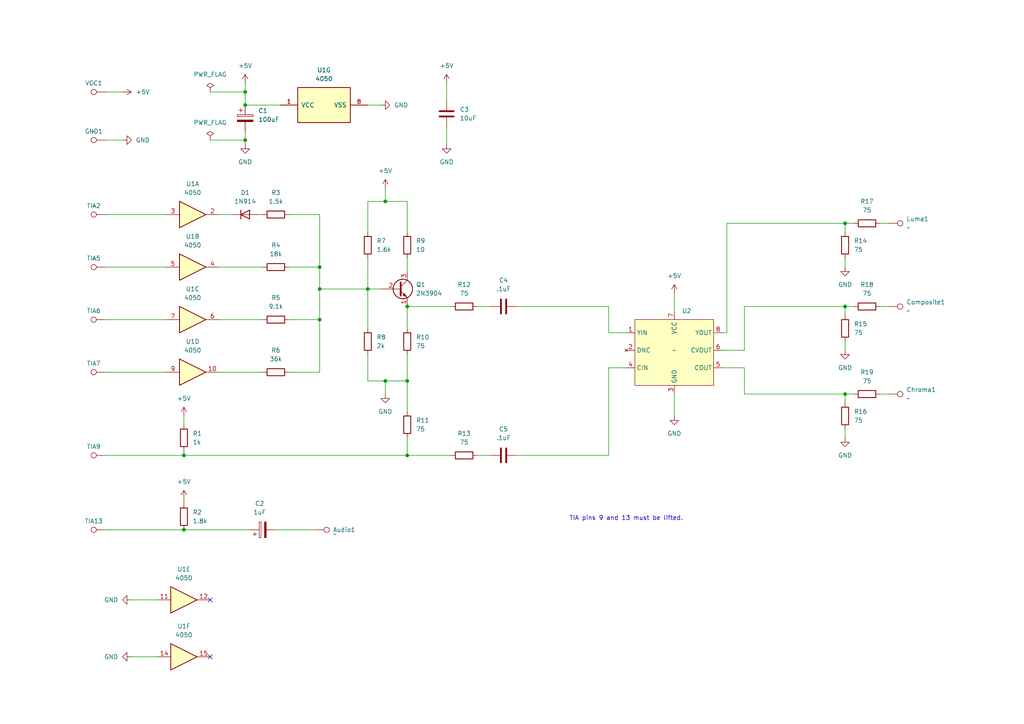
<source format=kicad_sch>
(kicad_sch (version 20230121) (generator eeschema)
  (paper "A4")
  (title_block (title "Atari 2600 PAL AV mod (based on Longhorn mod)") (date "2023-11-11") (rev "A"))
  (lib_symbols
    (symbol "4xxx:4050" (pin_names (offset 1.016))
      (property "Reference" "U" (at 0 1.27 0))
      (property "Value" "4050" (at 0 -1.27 0))
      (symbol "4050_1_0"
        (polyline (pts (xy -3.81 3.81) (xy -3.81 -3.81) (xy 3.81 0) (xy -3.81 3.81)) (stroke (width 0.254)) (fill (type background)))
        (pin output line (at 7.62 0 180) (length 3.81) (name "~") (number "2"))
        (pin input line (at -7.62 0 0) (length 3.81) (name "~") (number "3"))
      )
      (symbol "4050_2_0"
        (polyline (pts (xy -3.81 3.81) (xy -3.81 -3.81) (xy 3.81 0) (xy -3.81 3.81)) (stroke (width 0.254)) (fill (type background)))
        (pin output line (at 7.62 0 180) (length 3.81) (name "~") (number "4"))
        (pin input line (at -7.62 0 0) (length 3.81) (name "~") (number "5"))
      )
      (symbol "4050_3_0"
        (polyline (pts (xy -3.81 3.81) (xy -3.81 -3.81) (xy 3.81 0) (xy -3.81 3.81)) (stroke (width 0.254)) (fill (type background)))
        (pin output line (at 7.62 0 180) (length 3.81) (name "~") (number "6"))
        (pin input line (at -7.62 0 0) (length 3.81) (name "~") (number "7"))
      )
      (symbol "4050_4_0"
        (polyline (pts (xy -3.81 3.81) (xy -3.81 -3.81) (xy 3.81 0) (xy -3.81 3.81)) (stroke (width 0.254)) (fill (type background)))
        (pin output line (at 7.62 0 180) (length 3.81) (name "~") (number "10"))
        (pin input line (at -7.62 0 0) (length 3.81) (name "~") (number "9"))
      )
      (symbol "4050_5_0"
        (polyline (pts (xy -3.81 3.81) (xy -3.81 -3.81) (xy 3.81 0) (xy -3.81 3.81)) (stroke (width 0.254)) (fill (type background)))
        (pin input line (at -7.62 0 0) (length 3.81) (name "~") (number "11"))
        (pin output line (at 7.62 0 180) (length 3.81) (name "~") (number "12"))
      )
      (symbol "4050_6_0"
        (polyline (pts (xy -3.81 3.81) (xy -3.81 -3.81) (xy 3.81 0) (xy -3.81 3.81)) (stroke (width 0.254)) (fill (type background)))
        (pin input line (at -7.62 0 0) (length 3.81) (name "~") (number "14"))
        (pin output line (at 7.62 0 180) (length 3.81) (name "~") (number "15"))
      )
      (symbol "4050_7_0"
        (pin power_in line (at 0 12.7 270) (length 5.08) (name "VCC") (number "1"))
        (pin power_in line (at 0 -12.7 90) (length 5.08) (name "VSS") (number "8"))
      )
      (symbol "4050_7_1"
        (rectangle (start -5.08 7.62) (end 5.08 -7.62) (stroke (width 0.254)) (fill (type background)))
      )
    )
    (symbol "Connector:TestPoint" (pin_numbers hide) (pin_names (offset 0.762) hide)
      (property "Reference" "TP" (at 0 6.858 0))
      (property "Value" "TestPoint" (at 0 5.08 0))
      (symbol "TestPoint_0_1"
        (circle (center 0 3.302) (radius 0.762))
      )
      (symbol "TestPoint_1_1"
        (pin passive line (at 0 0 90) (length 2.54) (name "1") (number "1"))
      )
    )
    (symbol "Device:C" (pin_numbers hide) (pin_names (offset 0.254))
      (property "Reference" "C" (at 0.635 2.54 0))
      (property "Value" "C" (at 0.635 -2.54 0))
      (symbol "C_0_1"
        (polyline (pts (xy -2.032 -0.762) (xy 2.032 -0.762)) (stroke (width 0.508)))
        (polyline (pts (xy -2.032 0.762) (xy 2.032 0.762)) (stroke (width 0.508)))
      )
      (symbol "C_1_1"
        (pin passive line (at 0 3.81 270) (length 2.794) (name "~") (number "1"))
        (pin passive line (at 0 -3.81 90) (length 2.794) (name "~") (number "2"))
      )
    )
    (symbol "Device:C_Polarized" (pin_numbers hide) (pin_names (offset 0.254))
      (property "Reference" "C" (at 0.635 2.54 0))
      (property "Value" "C_Polarized" (at 0.635 -2.54 0))
      (symbol "C_Polarized_0_1"
        (rectangle (start -2.286 0.508) (end 2.286 1.016))
        (polyline (pts (xy -1.778 2.286) (xy -0.762 2.286)))
        (polyline (pts (xy -1.27 2.794) (xy -1.27 1.778)))
        (rectangle (start 2.286 -0.508) (end -2.286 -1.016) (fill (type outline)))
      )
      (symbol "C_Polarized_1_1"
        (pin passive line (at 0 3.81 270) (length 2.794) (name "~") (number "1"))
        (pin passive line (at 0 -3.81 90) (length 2.794) (name "~") (number "2"))
      )
    )
    (symbol "Device:R" (pin_numbers hide) (pin_names (offset 0))
      (property "Reference" "R" (at 2.032 0 90))
      (property "Value" "R" (at 0 0 90))
      (symbol "R_0_1"
        (rectangle (start -1.016 -2.54) (end 1.016 2.54) (stroke (width 0.254)))
      )
      (symbol "R_1_1"
        (pin passive line (at 0 3.81 270) (length 1.27) (name "~") (number "1"))
        (pin passive line (at 0 -3.81 90) (length 1.27) (name "~") (number "2"))
      )
    )
    (symbol "Diode:1N914" (pin_numbers hide) (pin_names hide)
      (property "Reference" "D" (at 0 2.54 0))
      (property "Value" "1N914" (at 0 -2.54 0))
      (symbol "1N914_0_1"
        (polyline (pts (xy -1.27 1.27) (xy -1.27 -1.27)) (stroke (width 0.254)))
        (polyline (pts (xy 1.27 0) (xy -1.27 0)))
        (polyline (pts (xy 1.27 1.27) (xy 1.27 -1.27) (xy -1.27 0) (xy 1.27 1.27)) (stroke (width 0.254)))
      )
      (symbol "1N914_1_1"
        (pin passive line (at -3.81 0 0) (length 2.54) (name "K") (number "1"))
        (pin passive line (at 3.81 0 180) (length 2.54) (name "A") (number "2"))
      )
    )
    (symbol "Transistor_BJT:2N3904" (pin_names (offset 0) hide)
      (property "Reference" "Q" (at 5.08 1.905 0))
      (property "Value" "2N3904" (at 5.08 0 0))
      (symbol "2N3904_0_1"
        (polyline (pts (xy 0.635 0.635) (xy 2.54 2.54)))
        (polyline (pts (xy 0.635 -0.635) (xy 2.54 -2.54) (xy 2.54 -2.54)))
        (polyline (pts (xy 0.635 1.905) (xy 0.635 -1.905) (xy 0.635 -1.905)) (stroke (width 0.508)))
        (polyline (pts (xy 1.27 -1.778) (xy 1.778 -1.27) (xy 2.286 -2.286) (xy 1.27 -1.778) (xy 1.27 -1.778)) (fill (type outline)))
        (circle (center 1.27 0) (radius 2.8194) (stroke (width 0.254)))
      )
      (symbol "2N3904_1_1"
        (pin passive line (at 2.54 -5.08 90) (length 2.54) (name "E") (number "1"))
        (pin passive line (at -5.08 0 0) (length 5.715) (name "B") (number "2"))
        (pin passive line (at 2.54 5.08 270) (length 2.54) (name "C") (number "3"))
      )
    )
    (symbol "Video_filter:FMS6410"
      (property "Reference" "U" (at -8.89 10.16 0))
      (symbol "FMS6410_1_1"
        (rectangle (start -11.43 8.89) (end 11.43 -10.16) (fill (type background)))
        (pin input line (at -13.97 5.08 0) (length 2.54) (name "YIN") (number "1"))
        (pin no_connect line (at -13.97 0 0) (length 2.54) (name "DNC") (number "2"))
        (pin power_in line (at 0 -12.7 90) (length 2.54) (name "GND") (number "3"))
        (pin input line (at -13.97 -5.08 0) (length 2.54) (name "CIN") (number "4"))
        (pin output line (at 13.97 -5.08 180) (length 2.54) (name "COUT") (number "5"))
        (pin output line (at 13.97 0 180) (length 2.54) (name "CVOUT") (number "6"))
        (pin power_in line (at 0 11.43 270) (length 2.54) (name "VCC") (number "7"))
        (pin output line (at 13.97 5.08 180) (length 2.54) (name "YOUT") (number "8"))
      )
    )
    (symbol "power:+5V" (power) (pin_names (offset 0))
      (property "Value" "+5V" (at 0 3.556 0))
      (symbol "+5V_0_1"
        (polyline (pts (xy -0.762 1.27) (xy 0 2.54)))
        (polyline (pts (xy 0 0) (xy 0 2.54)))
        (polyline (pts (xy 0 2.54) (xy 0.762 1.27)))
      )
      (symbol "+5V_1_1"
        (pin power_in line (at 0 0 90) (length 0) hide (name "+5V") (number "1"))
      )
    )
    (symbol "power:GND" (power) (pin_names (offset 0))
      (property "Value" "GND" (at 0 -3.81 0))
      (symbol "GND_0_1"
        (polyline (pts (xy 0 0) (xy 0 -1.27) (xy 1.27 -1.27) (xy 0 -2.54) (xy -1.27 -1.27) (xy 0 -1.27)))
      )
      (symbol "GND_1_1"
        (pin power_in line (at 0 0 270) (length 0) hide (name "GND") (number "1"))
      )
    )
    (symbol "power:PWR_FLAG" (power) (pin_numbers hide) (pin_names (offset 0) hide)
      (property "Value" "PWR_FLAG" (at 0 3.81 0))
      (symbol "PWR_FLAG_0_0"
        (pin power_out line (at 0 0 90) (length 0) (name "pwr") (number "1"))
      )
      (symbol "PWR_FLAG_0_1"
        (polyline (pts (xy 0 0) (xy 0 1.27) (xy -1.016 1.905) (xy 0 2.54) (xy 1.016 1.905) (xy 0 1.27)))
      )
    )
  )
  (junction (at 111.76 58.42))
  (junction (at 106.68 83.82))
  (junction (at 245.11 64.77))
  (junction (at 111.76 110.49))
  (junction (at 53.34 132.08))
  (junction (at 245.11 88.9))
  (junction (at 71.12 30.48))
  (junction (at 118.11 110.49))
  (junction (at 53.34 153.67))
  (junction (at 118.11 88.9))
  (junction (at 118.11 132.08))
  (junction (at 71.12 26.67))
  (junction (at 92.71 77.47))
  (junction (at 92.71 83.82))
  (junction (at 245.11 114.3))
  (junction (at 71.12 40.64))
  (junction (at 92.71 92.71))
  (no_connect (at 60.96 173.99))
  (no_connect (at 60.96 190.5))
  (wire (pts (xy 245.11 88.9) (xy 247.65 88.9)))
  (wire (pts (xy 129.54 24.13) (xy 129.54 29.21)))
  (wire (pts (xy 111.76 54.61) (xy 111.76 58.42)))
  (wire (pts (xy 53.34 132.08) (xy 118.11 132.08)))
  (wire (pts (xy 118.11 102.87) (xy 118.11 110.49)))
  (wire (pts (xy 80.01 153.67) (xy 91.44 153.67)))
  (wire (pts (xy 118.11 127) (xy 118.11 132.08)))
  (wire (pts (xy 38.1 173.99) (xy 45.72 173.99)))
  (wire (pts (xy 245.11 124.46) (xy 245.11 127)))
  (wire (pts (xy 71.12 40.64) (xy 71.12 41.91)))
  (wire (pts (xy 210.82 96.52) (xy 209.55 96.52)))
  (wire (pts (xy 245.11 114.3) (xy 247.65 114.3)))
  (wire (pts (xy 53.34 130.81) (xy 53.34 132.08)))
  (wire (pts (xy 60.96 26.67) (xy 71.12 26.67)))
  (wire (pts (xy 111.76 110.49) (xy 118.11 110.49)))
  (wire (pts (xy 92.71 77.47) (xy 92.71 83.82)))
  (wire (pts (xy 30.48 153.67) (xy 53.34 153.67)))
  (wire (pts (xy 30.48 40.64) (xy 35.56 40.64)))
  (wire (pts (xy 210.82 96.52) (xy 210.82 64.77)))
  (wire (pts (xy 195.58 114.3) (xy 195.58 120.65)))
  (wire (pts (xy 53.34 144.78) (xy 53.34 146.05)))
  (wire (pts (xy 118.11 74.93) (xy 118.11 78.74)))
  (wire (pts (xy 63.5 107.95) (xy 76.2 107.95)))
  (wire (pts (xy 209.55 106.68) (xy 215.9 106.68)))
  (wire (pts (xy 245.11 64.77) (xy 247.65 64.77)))
  (wire (pts (xy 38.1 190.5) (xy 45.72 190.5)))
  (wire (pts (xy 255.27 114.3) (xy 257.81 114.3)))
  (wire (pts (xy 30.48 92.71) (xy 48.26 92.71)))
  (wire (pts (xy 92.71 92.71) (xy 92.71 107.95)))
  (wire (pts (xy 106.68 110.49) (xy 111.76 110.49)))
  (wire (pts (xy 255.27 88.9) (xy 257.81 88.9)))
  (wire (pts (xy 245.11 88.9) (xy 245.11 91.44)))
  (wire (pts (xy 106.68 30.48) (xy 110.49 30.48)))
  (wire (pts (xy 92.71 83.82) (xy 106.68 83.82)))
  (wire (pts (xy 245.11 74.93) (xy 245.11 77.47)))
  (wire (pts (xy 176.53 88.9) (xy 176.53 96.52)))
  (wire (pts (xy 209.55 101.6) (xy 215.9 101.6)))
  (wire (pts (xy 138.43 88.9) (xy 142.24 88.9)))
  (wire (pts (xy 176.53 132.08) (xy 149.86 132.08)))
  (wire (pts (xy 63.5 92.71) (xy 76.2 92.71)))
  (wire (pts (xy 106.68 58.42) (xy 106.68 67.31)))
  (wire (pts (xy 118.11 132.08) (xy 130.81 132.08)))
  (wire (pts (xy 215.9 101.6) (xy 215.9 88.9)))
  (wire (pts (xy 118.11 67.31) (xy 118.11 58.42)))
  (wire (pts (xy 106.68 74.93) (xy 106.68 83.82)))
  (wire (pts (xy 53.34 153.67) (xy 72.39 153.67)))
  (wire (pts (xy 53.34 120.65) (xy 53.34 123.19)))
  (wire (pts (xy 63.5 62.23) (xy 67.31 62.23)))
  (wire (pts (xy 138.43 132.08) (xy 142.24 132.08)))
  (wire (pts (xy 210.82 64.77) (xy 245.11 64.77)))
  (wire (pts (xy 215.9 106.68) (xy 215.9 114.3)))
  (wire (pts (xy 92.71 83.82) (xy 92.71 92.71)))
  (wire (pts (xy 30.48 107.95) (xy 48.26 107.95)))
  (wire (pts (xy 30.48 26.67) (xy 35.56 26.67)))
  (wire (pts (xy 74.93 62.23) (xy 76.2 62.23)))
  (wire (pts (xy 215.9 88.9) (xy 245.11 88.9)))
  (wire (pts (xy 245.11 114.3) (xy 245.11 116.84)))
  (wire (pts (xy 71.12 24.13) (xy 71.12 26.67)))
  (wire (pts (xy 195.58 85.09) (xy 195.58 90.17)))
  (wire (pts (xy 106.68 58.42) (xy 111.76 58.42)))
  (wire (pts (xy 255.27 64.77) (xy 257.81 64.77)))
  (wire (pts (xy 83.82 77.47) (xy 92.71 77.47)))
  (wire (pts (xy 215.9 114.3) (xy 245.11 114.3)))
  (wire (pts (xy 106.68 102.87) (xy 106.68 110.49)))
  (wire (pts (xy 106.68 83.82) (xy 106.68 95.25)))
  (wire (pts (xy 176.53 106.68) (xy 176.53 132.08)))
  (wire (pts (xy 106.68 83.82) (xy 110.49 83.82)))
  (wire (pts (xy 149.86 88.9) (xy 176.53 88.9)))
  (wire (pts (xy 245.11 64.77) (xy 245.11 67.31)))
  (wire (pts (xy 92.71 62.23) (xy 92.71 77.47)))
  (wire (pts (xy 30.48 62.23) (xy 48.26 62.23)))
  (wire (pts (xy 30.48 77.47) (xy 48.26 77.47)))
  (wire (pts (xy 176.53 96.52) (xy 181.61 96.52)))
  (wire (pts (xy 118.11 110.49) (xy 118.11 119.38)))
  (wire (pts (xy 71.12 26.67) (xy 71.12 30.48)))
  (wire (pts (xy 245.11 99.06) (xy 245.11 101.6)))
  (wire (pts (xy 60.96 40.64) (xy 71.12 40.64)))
  (wire (pts (xy 118.11 88.9) (xy 118.11 95.25)))
  (wire (pts (xy 129.54 36.83) (xy 129.54 41.91)))
  (wire (pts (xy 83.82 92.71) (xy 92.71 92.71)))
  (wire (pts (xy 30.48 132.08) (xy 53.34 132.08)))
  (wire (pts (xy 71.12 30.48) (xy 81.28 30.48)))
  (wire (pts (xy 71.12 38.1) (xy 71.12 40.64)))
  (wire (pts (xy 92.71 107.95) (xy 83.82 107.95)))
  (wire (pts (xy 83.82 62.23) (xy 92.71 62.23)))
  (wire (pts (xy 111.76 110.49) (xy 111.76 114.3)))
  (wire (pts (xy 63.5 77.47) (xy 76.2 77.47)))
  (wire (pts (xy 176.53 106.68) (xy 181.61 106.68)))
  (wire (pts (xy 111.76 58.42) (xy 118.11 58.42)))
  (wire (pts (xy 118.11 88.9) (xy 130.81 88.9)))
  (text "TIA pins 9 and 13 must be lifted." (at 165.1 151.13 0) (effects (font (size 1.27 1.27)) (justify left bottom)))
  (symbol (lib_id "power:GND") (at 245.11 127 0) (unit 1)
    (property "Reference" "#PWR018" (effects hide))
    (property "Value" "GND" (at 245.11 132.08 0))
  )
  (symbol (lib_id "power:GND") (at 111.76 114.3 0) (unit 1)
    (property "Reference" "#PWR011" (effects hide))
    (property "Value" "GND" (at 111.76 119.38 0))
  )
  (symbol (lib_id "Device:R") (at 245.11 120.65 0) (unit 1)
    (property "Reference" "R16" (at 247.65 119.38 0) (effects (justify left)))
    (property "Value" "75" (at 247.65 121.92 0) (effects (justify left)))
    (property "Footprint" "Resistor_THT:R_Axial_DIN0207_L6.3mm_D2.5mm_P10.16mm_Horizontal" (effects hide))
  )
  (symbol (lib_id "power:+5V") (at 111.76 54.61 0) (unit 1)
    (property "Reference" "#PWR010" (effects hide))
    (property "Value" "+5V" (at 111.76 49.53 0))
  )
  (symbol (lib_id "Connector:TestPoint") (at 30.48 92.71 90) (unit 1)
    (property "Reference" "TIA6" (at 27.178 90.17 90))
    (property "Footprint" "Connector_Pin:Pin_D1.0mm_L10.0mm" (effects hide))
  )
  (symbol (lib_id "Connector:TestPoint") (at 257.81 64.77 270) (unit 1)
    (property "Reference" "Luma1" (at 262.89 63.5 90) (effects (justify left)))
    (property "Value" "~" (at 262.89 66.04 90) (effects (justify left)))
    (property "Footprint" "Connector_Pin:Pin_D1.0mm_L10.0mm" (effects hide))
  )
  (symbol (lib_id "Device:R") (at 53.34 127 0) (unit 1)
    (property "Reference" "R1" (at 55.88 125.73 0) (effects (justify left)))
    (property "Value" "1k" (at 55.88 128.27 0) (effects (justify left)))
    (property "Footprint" "Resistor_THT:R_Axial_DIN0207_L6.3mm_D2.5mm_P10.16mm_Horizontal" (effects hide))
  )
  (symbol (lib_id "Device:C") (at 146.05 132.08 90) (unit 1)
    (property "Reference" "C5" (at 146.05 124.46 90))
    (property "Value" ".1uF" (at 146.05 127 90))
    (property "Footprint" "Capacitor_THT:C_Disc_D4.7mm_W2.5mm_P5.00mm" (effects hide))
  )
  (symbol (lib_id "power:+5V") (at 53.34 120.65 0) (unit 1)
    (property "Reference" "#PWR05" (effects hide))
    (property "Value" "+5V" (at 53.34 115.57 0))
  )
  (symbol (lib_id "4xxx:4050") (at 55.88 62.23 0) (unit 1)
    (property "Reference" "U1" (at 55.88 53.34 0))
    (property "Value" "4050" (at 55.88 55.88 0))
    (property "Footprint" "Package_DIP:DIP-16_W7.62mm" (effects hide))
    (property "Datasheet" "http://www.intersil.com/content/dam/intersil/documents/cd40/cd4050bms.pdf" (effects hide))
  )
  (symbol (lib_id "Connector:TestPoint") (at 30.48 26.67 90) (unit 1)
    (property "Reference" "VCC1" (at 27.178 24.13 90))
    (property "Value" "~" (at 27.178 24.13 90))
    (property "Footprint" "Connector_Pin:Pin_D1.0mm_L10.0mm" (effects hide))
  )
  (symbol (lib_id "Diode:1N914") (at 71.12 62.23 0) (unit 1)
    (property "Reference" "D1" (at 71.12 55.88 0))
    (property "Value" "1N914" (at 71.12 58.42 0))
    (property "Footprint" "Diode_THT:D_DO-35_SOD27_P7.62mm_Horizontal" (effects hide))
    (property "Datasheet" "http://www.vishay.com/docs/85622/1n914.pdf" (effects hide))
    (property "Sim.Device" "D" (effects hide))
    (property "Sim.Pins" "1=K 2=A" (effects hide))
  )
  (symbol (lib_id "power:GND") (at 38.1 190.5 270) (unit 1)
    (property "Reference" "#PWR04" (effects hide))
    (property "Value" "GND" (at 34.29 190.5 90) (effects (justify right)))
  )
  (symbol (lib_id "Connector:TestPoint") (at 91.44 153.67 270) (unit 1)
    (property "Reference" "Audio1" (at 96.52 153.67 90) (effects (justify left)))
    (property "Value" "~" (at 96.52 154.94 90) (effects (justify left)))
    (property "Footprint" "Connector_Pin:Pin_D1.0mm_L10.0mm" (effects hide))
  )
  (symbol (lib_id "Connector:TestPoint") (at 30.48 132.08 90) (unit 1)
    (property "Reference" "TIA9" (at 27.178 129.54 90))
    (property "Footprint" "Connector_Pin:Pin_D1.0mm_L10.0mm" (effects hide))
  )
  (symbol (lib_id "Device:R") (at 251.46 64.77 90) (unit 1)
    (property "Reference" "R17" (at 251.46 58.42 90))
    (property "Value" "75" (at 251.46 60.96 90))
    (property "Footprint" "Resistor_THT:R_Axial_DIN0207_L6.3mm_D2.5mm_P10.16mm_Horizontal" (effects hide))
  )
  (symbol (lib_id "power:GND") (at 129.54 41.91 0) (unit 1)
    (property "Reference" "#PWR013" (effects hide))
    (property "Value" "GND" (at 129.54 46.99 0))
  )
  (symbol (lib_id "power:GND") (at 71.12 41.91 0) (unit 1)
    (property "Reference" "#PWR08" (effects hide))
    (property "Value" "GND" (at 71.12 46.99 0))
  )
  (symbol (lib_id "4xxx:4050") (at 93.98 30.48 90) (unit 7)
    (property "Reference" "U1" (at 93.98 20.32 90))
    (property "Value" "4050" (at 93.98 22.86 90))
    (property "Footprint" "Package_DIP:DIP-16_W7.62mm" (effects hide))
    (property "Datasheet" "http://www.intersil.com/content/dam/intersil/documents/cd40/cd4050bms.pdf" (effects hide))
  )
  (symbol (lib_id "4xxx:4050") (at 55.88 92.71 0) (unit 3)
    (property "Reference" "U1" (at 55.88 83.82 0))
    (property "Value" "4050" (at 55.88 86.36 0))
    (property "Footprint" "Package_DIP:DIP-16_W7.62mm" (effects hide))
    (property "Datasheet" "http://www.intersil.com/content/dam/intersil/documents/cd40/cd4050bms.pdf" (effects hide))
  )
  (symbol (lib_id "Device:R") (at 251.46 88.9 90) (unit 1)
    (property "Reference" "R18" (at 251.46 82.55 90))
    (property "Value" "75" (at 251.46 85.09 90))
    (property "Footprint" "Resistor_THT:R_Axial_DIN0207_L6.3mm_D2.5mm_P10.16mm_Horizontal" (effects hide))
  )
  (symbol (lib_id "Device:R") (at 80.01 107.95 90) (unit 1)
    (property "Reference" "R6" (at 80.01 101.6 90))
    (property "Value" "36k" (at 80.01 104.14 90))
    (property "Footprint" "Resistor_THT:R_Axial_DIN0207_L6.3mm_D2.5mm_P10.16mm_Horizontal" (effects hide))
  )
  (symbol (lib_id "Video_filter:FMS6410") (at 195.58 101.6 0) (unit 1)
    (property "Reference" "U2" (at 197.7741 90.17 0) (effects (justify left)))
    (property "Value" "~" (at 195.58 101.6 0))
    (property "Footprint" "Package_SO:SOIC-8_3.9x4.9mm_P1.27mm" (effects hide))
  )
  (symbol (lib_id "Device:R") (at 80.01 62.23 90) (unit 1)
    (property "Reference" "R3" (at 80.01 55.88 90))
    (property "Value" "1.5k" (at 80.01 58.42 90))
    (property "Footprint" "Resistor_THT:R_Axial_DIN0207_L6.3mm_D2.5mm_P10.16mm_Horizontal" (effects hide))
  )
  (symbol (lib_id "power:+5V") (at 53.34 144.78 0) (unit 1)
    (property "Reference" "#PWR06" (effects hide))
    (property "Value" "+5V" (at 53.34 139.7 0))
  )
  (symbol (lib_id "power:GND") (at 110.49 30.48 90) (unit 1)
    (property "Reference" "#PWR09" (effects hide))
    (property "Value" "GND" (at 114.3 30.48 90) (effects (justify right)))
  )
  (symbol (lib_id "power:GND") (at 35.56 40.64 90) (unit 1)
    (property "Reference" "#PWR02" (effects hide))
    (property "Value" "GND" (at 39.37 40.64 90) (effects (justify right)))
  )
  (symbol (lib_id "Connector:TestPoint") (at 30.48 153.67 90) (unit 1)
    (property "Reference" "TIA13" (at 27.178 151.13 90))
    (property "Footprint" "Connector_Pin:Pin_D1.0mm_L10.0mm" (effects hide))
  )
  (symbol (lib_id "Device:R") (at 106.68 71.12 180) (unit 1)
    (property "Reference" "R7" (at 109.22 69.85 0) (effects (justify right)))
    (property "Value" "1.6k" (at 109.22 72.39 0) (effects (justify right)))
    (property "Footprint" "Resistor_THT:R_Axial_DIN0207_L6.3mm_D2.5mm_P10.16mm_Horizontal" (effects hide))
  )
  (symbol (lib_id "power:+5V") (at 129.54 24.13 0) (unit 1)
    (property "Reference" "#PWR012" (effects hide))
    (property "Value" "+5V" (at 129.54 19.05 0))
  )
  (symbol (lib_id "Device:R") (at 106.68 99.06 0) (unit 1)
    (property "Reference" "R8" (at 109.22 97.79 0) (effects (justify left)))
    (property "Value" "2k" (at 109.22 100.33 0) (effects (justify left)))
    (property "Footprint" "Resistor_THT:R_Axial_DIN0207_L6.3mm_D2.5mm_P10.16mm_Horizontal" (effects hide))
  )
  (symbol (lib_id "Device:R") (at 134.62 132.08 90) (unit 1)
    (property "Reference" "R13" (at 134.62 125.73 90))
    (property "Value" "75" (at 134.62 128.27 90))
    (property "Footprint" "Resistor_THT:R_Axial_DIN0207_L6.3mm_D2.5mm_P10.16mm_Horizontal" (effects hide))
  )
  (symbol (lib_id "Device:R") (at 245.11 95.25 0) (unit 1)
    (property "Reference" "R15" (at 247.65 93.98 0) (effects (justify left)))
    (property "Value" "75" (at 247.65 96.52 0) (effects (justify left)))
    (property "Footprint" "Resistor_THT:R_Axial_DIN0207_L6.3mm_D2.5mm_P10.16mm_Horizontal" (effects hide))
  )
  (symbol (lib_id "Connector:TestPoint") (at 30.48 107.95 90) (unit 1)
    (property "Reference" "TIA7" (at 27.178 105.41 90))
    (property "Footprint" "Connector_Pin:Pin_D1.0mm_L10.0mm" (effects hide))
  )
  (symbol (lib_id "Device:R") (at 80.01 92.71 90) (unit 1)
    (property "Reference" "R5" (at 80.01 86.36 90))
    (property "Value" "9.1k" (at 80.01 88.9 90))
    (property "Footprint" "Resistor_THT:R_Axial_DIN0207_L6.3mm_D2.5mm_P10.16mm_Horizontal" (effects hide))
  )
  (symbol (lib_id "Connector:TestPoint") (at 30.48 62.23 90) (unit 1)
    (property "Reference" "TIA2" (at 27.178 59.69 90))
    (property "Value" "~" (at 27.178 59.69 90))
    (property "Footprint" "Connector_Pin:Pin_D1.0mm_L10.0mm" (effects hide))
  )
  (symbol (lib_id "4xxx:4050") (at 55.88 107.95 0) (unit 4)
    (property "Reference" "U1" (at 55.88 99.06 0))
    (property "Value" "4050" (at 55.88 101.6 0))
    (property "Footprint" "Package_DIP:DIP-16_W7.62mm" (effects hide))
    (property "Datasheet" "http://www.intersil.com/content/dam/intersil/documents/cd40/cd4050bms.pdf" (effects hide))
  )
  (symbol (lib_id "power:GND") (at 245.11 77.47 0) (unit 1)
    (property "Reference" "#PWR016" (effects hide))
    (property "Value" "GND" (at 245.11 82.55 0))
  )
  (symbol (lib_id "Device:C_Polarized") (at 71.12 34.29 0) (unit 1)
    (property "Reference" "C1" (at 74.93 32.131 0) (effects (justify left)))
    (property "Value" "100uF" (at 74.93 34.671 0) (effects (justify left)))
    (property "Footprint" "Capacitor_THT:CP_Radial_D5.0mm_P2.00mm" (effects hide))
  )
  (symbol (lib_id "Connector:TestPoint") (at 257.81 88.9 270) (unit 1)
    (property "Reference" "Composite1" (at 262.89 87.63 90) (effects (justify left)))
    (property "Value" "~" (at 262.89 90.17 90) (effects (justify left)))
    (property "Footprint" "Connector_Pin:Pin_D1.0mm_L10.0mm" (effects hide))
  )
  (symbol (lib_id "Device:R") (at 134.62 88.9 90) (unit 1)
    (property "Reference" "R12" (at 134.62 82.55 90))
    (property "Value" "75" (at 134.62 85.09 90))
    (property "Footprint" "Resistor_THT:R_Axial_DIN0207_L6.3mm_D2.5mm_P10.16mm_Horizontal" (effects hide))
  )
  (symbol (lib_id "power:PWR_FLAG") (at 60.96 26.67 0) (unit 1)
    (property "Reference" "#FLG01" (effects hide))
    (property "Value" "PWR_FLAG" (at 60.96 21.59 0))
  )
  (symbol (lib_id "power:GND") (at 245.11 101.6 0) (unit 1)
    (property "Reference" "#PWR017" (effects hide))
    (property "Value" "GND" (at 245.11 106.68 0))
  )
  (symbol (lib_id "power:GND") (at 38.1 173.99 270) (unit 1)
    (property "Reference" "#PWR03" (effects hide))
    (property "Value" "GND" (at 34.29 173.99 90) (effects (justify right)))
  )
  (symbol (lib_id "Device:R") (at 118.11 99.06 0) (unit 1)
    (property "Reference" "R10" (at 120.65 97.79 0) (effects (justify left)))
    (property "Value" "75" (at 120.65 100.33 0) (effects (justify left)))
    (property "Footprint" "Resistor_THT:R_Axial_DIN0207_L6.3mm_D2.5mm_P10.16mm_Horizontal" (effects hide))
  )
  (symbol (lib_id "4xxx:4050") (at 53.34 190.5 0) (unit 6)
    (property "Reference" "U1" (at 53.34 181.61 0))
    (property "Value" "4050" (at 53.34 184.15 0))
    (property "Footprint" "Package_DIP:DIP-16_W7.62mm" (effects hide))
    (property "Datasheet" "http://www.intersil.com/content/dam/intersil/documents/cd40/cd4050bms.pdf" (effects hide))
  )
  (symbol (lib_id "Device:C_Polarized") (at 76.2 153.67 90) (unit 1)
    (property "Reference" "C2" (at 75.311 146.05 90))
    (property "Value" "1uF" (at 75.311 148.59 90))
    (property "Footprint" "Capacitor_THT:CP_Radial_D4.0mm_P2.00mm" (effects hide))
  )
  (symbol (lib_id "power:PWR_FLAG") (at 60.96 40.64 0) (unit 1)
    (property "Reference" "#FLG02" (effects hide))
    (property "Value" "PWR_FLAG" (at 60.96 35.56 0))
  )
  (symbol (lib_id "Device:C") (at 146.05 88.9 90) (unit 1)
    (property "Reference" "C4" (at 146.05 81.28 90))
    (property "Value" ".1uF" (at 146.05 83.82 90))
    (property "Footprint" "Capacitor_THT:C_Disc_D4.7mm_W2.5mm_P5.00mm" (effects hide))
  )
  (symbol (lib_id "power:+5V") (at 71.12 24.13 0) (unit 1)
    (property "Reference" "#PWR07" (effects hide))
    (property "Value" "+5V" (at 71.12 19.05 0))
  )
  (symbol (lib_id "Device:C") (at 129.54 33.02 0) (unit 1)
    (property "Reference" "C3" (at 133.35 31.75 0) (effects (justify left)))
    (property "Value" "10uF" (at 133.35 34.29 0) (effects (justify left)))
    (property "Footprint" "Capacitor_THT:C_Disc_D4.7mm_W2.5mm_P5.00mm" (effects hide))
  )
  (symbol (lib_id "4xxx:4050") (at 55.88 77.47 0) (unit 2)
    (property "Reference" "U1" (at 55.88 68.58 0))
    (property "Value" "4050" (at 55.88 71.12 0))
    (property "Footprint" "Package_DIP:DIP-16_W7.62mm" (effects hide))
    (property "Datasheet" "http://www.intersil.com/content/dam/intersil/documents/cd40/cd4050bms.pdf" (effects hide))
  )
  (symbol (lib_id "Device:R") (at 53.34 149.86 0) (unit 1)
    (property "Reference" "R2" (at 55.88 148.59 0) (effects (justify left)))
    (property "Value" "1.8k" (at 55.88 151.13 0) (effects (justify left)))
    (property "Footprint" "Resistor_THT:R_Axial_DIN0207_L6.3mm_D2.5mm_P10.16mm_Horizontal" (effects hide))
  )
  (symbol (lib_id "Connector:TestPoint") (at 30.48 77.47 90) (unit 1)
    (property "Reference" "TIA5" (at 27.178 74.93 90))
    (property "Value" "~" (at 27.178 74.93 90))
    (property "Footprint" "Connector_Pin:Pin_D1.0mm_L10.0mm" (effects hide))
  )
  (symbol (lib_id "Device:R") (at 118.11 71.12 0) (unit 1)
    (property "Reference" "R9" (at 120.65 69.85 0) (effects (justify left)))
    (property "Value" "10" (at 120.65 72.39 0) (effects (justify left)))
    (property "Footprint" "Resistor_THT:R_Axial_DIN0207_L6.3mm_D2.5mm_P10.16mm_Horizontal" (effects hide))
  )
  (symbol (lib_id "Device:R") (at 118.11 123.19 0) (unit 1)
    (property "Reference" "R11" (at 120.65 121.92 0) (effects (justify left)))
    (property "Value" "75" (at 120.65 124.46 0) (effects (justify left)))
    (property "Footprint" "Resistor_THT:R_Axial_DIN0207_L6.3mm_D2.5mm_P10.16mm_Horizontal" (effects hide))
  )
  (symbol (lib_id "4xxx:4050") (at 53.34 173.99 0) (unit 5)
    (property "Reference" "U1" (at 53.34 165.1 0))
    (property "Value" "4050" (at 53.34 167.64 0))
    (property "Footprint" "Package_DIP:DIP-16_W7.62mm" (effects hide))
    (property "Datasheet" "http://www.intersil.com/content/dam/intersil/documents/cd40/cd4050bms.pdf" (effects hide))
  )
  (symbol (lib_id "Transistor_BJT:2N3904") (at 115.57 83.82 0) (unit 1)
    (property "Reference" "Q1" (at 120.65 82.55 0) (effects (justify left)))
    (property "Value" "2N3904" (at 120.65 85.09 0) (effects (justify left)))
    (property "Footprint" "Package_TO_SOT_THT:TO-92_Inline" (effects hide))
    (property "Datasheet" "https://www.onsemi.com/pub/Collateral/2N3903-D.PDF" (effects hide))
  )
  (symbol (lib_id "Device:R") (at 245.11 71.12 0) (unit 1)
    (property "Reference" "R14" (at 247.65 69.85 0) (effects (justify left)))
    (property "Value" "75" (at 247.65 72.39 0) (effects (justify left)))
    (property "Footprint" "Resistor_THT:R_Axial_DIN0207_L6.3mm_D2.5mm_P10.16mm_Horizontal" (effects hide))
  )
  (symbol (lib_id "Connector:TestPoint") (at 30.48 40.64 90) (unit 1)
    (property "Reference" "GND1" (at 27.178 38.1 90))
    (property "Value" "~" (at 27.178 38.1 90))
    (property "Footprint" "Connector_Pin:Pin_D1.0mm_L10.0mm" (effects hide))
  )
  (symbol (lib_id "power:+5V") (at 35.56 26.67 270) (unit 1)
    (property "Reference" "#PWR01" (effects hide))
    (property "Value" "+5V" (at 39.37 26.67 90) (effects (justify left)))
  )
  (symbol (lib_id "Device:R") (at 251.46 114.3 90) (unit 1)
    (property "Reference" "R19" (at 251.46 107.95 90))
    (property "Value" "75" (at 251.46 110.49 90))
    (property "Footprint" "Resistor_THT:R_Axial_DIN0207_L6.3mm_D2.5mm_P10.16mm_Horizontal" (effects hide))
  )
  (symbol (lib_id "power:GND") (at 195.58 120.65 0) (unit 1)
    (property "Reference" "#PWR015" (effects hide))
    (property "Value" "GND" (at 195.58 125.73 0))
  )
  (symbol (lib_id "Device:R") (at 80.01 77.47 90) (unit 1)
    (property "Reference" "R4" (at 80.01 71.12 90))
    (property "Value" "18k" (at 80.01 73.66 90))
    (property "Footprint" "Resistor_THT:R_Axial_DIN0207_L6.3mm_D2.5mm_P10.16mm_Horizontal" (effects hide))
  )
  (symbol (lib_id "Connector:TestPoint") (at 257.81 114.3 270) (unit 1)
    (property "Reference" "Chroma1" (at 262.89 113.03 90) (effects (justify left)))
    (property "Value" "~" (at 262.89 115.57 90) (effects (justify left)))
    (property "Footprint" "Connector_Pin:Pin_D1.0mm_L10.0mm" (effects hide))
  )
  (symbol (lib_id "power:+5V") (at 195.58 85.09 0) (unit 1)
    (property "Reference" "#PWR014" (effects hide))
    (property "Value" "+5V" (at 195.58 80.01 0))
  )
)
</source>
